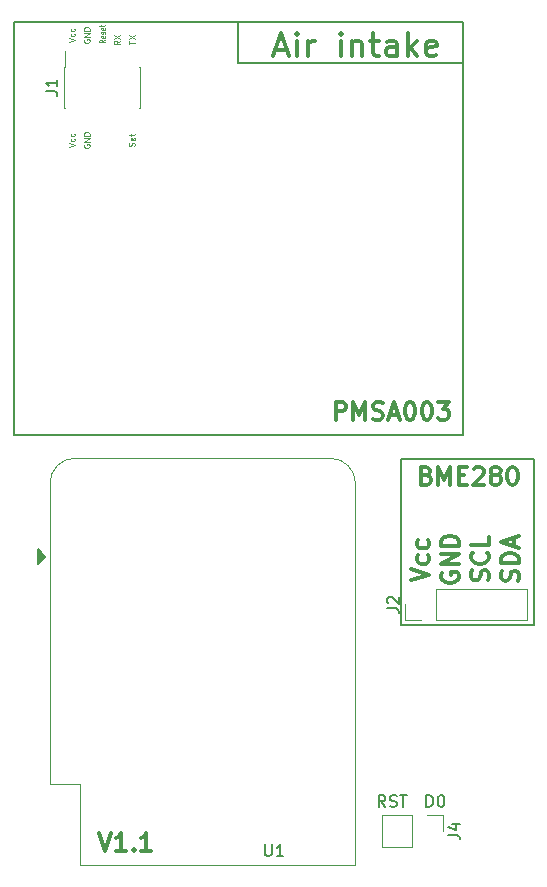
<source format=gbr>
%TF.GenerationSoftware,KiCad,Pcbnew,6.0.8-1.fc36*%
%TF.CreationDate,2022-11-03T20:53:56+01:00*%
%TF.ProjectId,breakout board,62726561-6b6f-4757-9420-626f6172642e,rev?*%
%TF.SameCoordinates,Original*%
%TF.FileFunction,Legend,Top*%
%TF.FilePolarity,Positive*%
%FSLAX46Y46*%
G04 Gerber Fmt 4.6, Leading zero omitted, Abs format (unit mm)*
G04 Created by KiCad (PCBNEW 6.0.8-1.fc36) date 2022-11-03 20:53:56*
%MOMM*%
%LPD*%
G01*
G04 APERTURE LIST*
%ADD10C,0.150000*%
%ADD11C,0.100000*%
%ADD12C,0.300000*%
%ADD13C,0.120000*%
G04 APERTURE END LIST*
D10*
X133000000Y-42000000D02*
X114000000Y-42000000D01*
X114000000Y-42000000D02*
X114000000Y-45500000D01*
X114000000Y-45500000D02*
X133000000Y-45500000D01*
X133000000Y-45500000D02*
X133000000Y-42000000D01*
X127800000Y-93050000D02*
X139000000Y-93050000D01*
X139000000Y-93050000D02*
X139000000Y-79000000D01*
X139000000Y-79000000D02*
X127800000Y-79000000D01*
X127800000Y-79000000D02*
X127800000Y-93050000D01*
X95000000Y-77000000D02*
X133000000Y-77000000D01*
X133000000Y-77000000D02*
X133000000Y-42000000D01*
X133000000Y-42000000D02*
X95000000Y-42000000D01*
X95000000Y-42000000D02*
X95000000Y-77000000D01*
D11*
X105202380Y-52500000D02*
X105226190Y-52428571D01*
X105226190Y-52309523D01*
X105202380Y-52261904D01*
X105178571Y-52238095D01*
X105130952Y-52214285D01*
X105083333Y-52214285D01*
X105035714Y-52238095D01*
X105011904Y-52261904D01*
X104988095Y-52309523D01*
X104964285Y-52404761D01*
X104940476Y-52452380D01*
X104916666Y-52476190D01*
X104869047Y-52500000D01*
X104821428Y-52500000D01*
X104773809Y-52476190D01*
X104750000Y-52452380D01*
X104726190Y-52404761D01*
X104726190Y-52285714D01*
X104750000Y-52214285D01*
X105202380Y-51809523D02*
X105226190Y-51857142D01*
X105226190Y-51952380D01*
X105202380Y-52000000D01*
X105154761Y-52023809D01*
X104964285Y-52023809D01*
X104916666Y-52000000D01*
X104892857Y-51952380D01*
X104892857Y-51857142D01*
X104916666Y-51809523D01*
X104964285Y-51785714D01*
X105011904Y-51785714D01*
X105059523Y-52023809D01*
X104892857Y-51642857D02*
X104892857Y-51452380D01*
X104726190Y-51571428D02*
X105154761Y-51571428D01*
X105202380Y-51547619D01*
X105226190Y-51500000D01*
X105226190Y-51452380D01*
X104726190Y-43880952D02*
X104726190Y-43595238D01*
X105226190Y-43738095D02*
X104726190Y-43738095D01*
X104726190Y-43476190D02*
X105226190Y-43142857D01*
X104726190Y-43142857D02*
X105226190Y-43476190D01*
X102726190Y-43495238D02*
X102488095Y-43628571D01*
X102726190Y-43723809D02*
X102226190Y-43723809D01*
X102226190Y-43571428D01*
X102250000Y-43533333D01*
X102273809Y-43514285D01*
X102321428Y-43495238D01*
X102392857Y-43495238D01*
X102440476Y-43514285D01*
X102464285Y-43533333D01*
X102488095Y-43571428D01*
X102488095Y-43723809D01*
X102702380Y-43171428D02*
X102726190Y-43209523D01*
X102726190Y-43285714D01*
X102702380Y-43323809D01*
X102654761Y-43342857D01*
X102464285Y-43342857D01*
X102416666Y-43323809D01*
X102392857Y-43285714D01*
X102392857Y-43209523D01*
X102416666Y-43171428D01*
X102464285Y-43152380D01*
X102511904Y-43152380D01*
X102559523Y-43342857D01*
X102702380Y-43000000D02*
X102726190Y-42961904D01*
X102726190Y-42885714D01*
X102702380Y-42847619D01*
X102654761Y-42828571D01*
X102630952Y-42828571D01*
X102583333Y-42847619D01*
X102559523Y-42885714D01*
X102559523Y-42942857D01*
X102535714Y-42980952D01*
X102488095Y-43000000D01*
X102464285Y-43000000D01*
X102416666Y-42980952D01*
X102392857Y-42942857D01*
X102392857Y-42885714D01*
X102416666Y-42847619D01*
X102702380Y-42504761D02*
X102726190Y-42542857D01*
X102726190Y-42619047D01*
X102702380Y-42657142D01*
X102654761Y-42676190D01*
X102464285Y-42676190D01*
X102416666Y-42657142D01*
X102392857Y-42619047D01*
X102392857Y-42542857D01*
X102416666Y-42504761D01*
X102464285Y-42485714D01*
X102511904Y-42485714D01*
X102559523Y-42676190D01*
X102392857Y-42371428D02*
X102392857Y-42219047D01*
X102226190Y-42314285D02*
X102654761Y-42314285D01*
X102702380Y-42295238D01*
X102726190Y-42257142D01*
X102726190Y-42219047D01*
X103956190Y-43583333D02*
X103718095Y-43750000D01*
X103956190Y-43869047D02*
X103456190Y-43869047D01*
X103456190Y-43678571D01*
X103480000Y-43630952D01*
X103503809Y-43607142D01*
X103551428Y-43583333D01*
X103622857Y-43583333D01*
X103670476Y-43607142D01*
X103694285Y-43630952D01*
X103718095Y-43678571D01*
X103718095Y-43869047D01*
X103456190Y-43416666D02*
X103956190Y-43083333D01*
X103456190Y-43083333D02*
X103956190Y-43416666D01*
D12*
X137687142Y-89321428D02*
X137758571Y-89107142D01*
X137758571Y-88750000D01*
X137687142Y-88607142D01*
X137615714Y-88535714D01*
X137472857Y-88464285D01*
X137330000Y-88464285D01*
X137187142Y-88535714D01*
X137115714Y-88607142D01*
X137044285Y-88750000D01*
X136972857Y-89035714D01*
X136901428Y-89178571D01*
X136830000Y-89250000D01*
X136687142Y-89321428D01*
X136544285Y-89321428D01*
X136401428Y-89250000D01*
X136330000Y-89178571D01*
X136258571Y-89035714D01*
X136258571Y-88678571D01*
X136330000Y-88464285D01*
X137758571Y-87821428D02*
X136258571Y-87821428D01*
X136258571Y-87464285D01*
X136330000Y-87250000D01*
X136472857Y-87107142D01*
X136615714Y-87035714D01*
X136901428Y-86964285D01*
X137115714Y-86964285D01*
X137401428Y-87035714D01*
X137544285Y-87107142D01*
X137687142Y-87250000D01*
X137758571Y-87464285D01*
X137758571Y-87821428D01*
X137330000Y-86392857D02*
X137330000Y-85678571D01*
X137758571Y-86535714D02*
X136258571Y-86035714D01*
X137758571Y-85535714D01*
X102214285Y-110678571D02*
X102714285Y-112178571D01*
X103214285Y-110678571D01*
X104500000Y-112178571D02*
X103642857Y-112178571D01*
X104071428Y-112178571D02*
X104071428Y-110678571D01*
X103928571Y-110892857D01*
X103785714Y-111035714D01*
X103642857Y-111107142D01*
X105142857Y-112035714D02*
X105214285Y-112107142D01*
X105142857Y-112178571D01*
X105071428Y-112107142D01*
X105142857Y-112035714D01*
X105142857Y-112178571D01*
X106642857Y-112178571D02*
X105785714Y-112178571D01*
X106214285Y-112178571D02*
X106214285Y-110678571D01*
X106071428Y-110892857D01*
X105928571Y-111035714D01*
X105785714Y-111107142D01*
X135147142Y-89285714D02*
X135218571Y-89071428D01*
X135218571Y-88714285D01*
X135147142Y-88571428D01*
X135075714Y-88500000D01*
X134932857Y-88428571D01*
X134790000Y-88428571D01*
X134647142Y-88500000D01*
X134575714Y-88571428D01*
X134504285Y-88714285D01*
X134432857Y-89000000D01*
X134361428Y-89142857D01*
X134290000Y-89214285D01*
X134147142Y-89285714D01*
X134004285Y-89285714D01*
X133861428Y-89214285D01*
X133790000Y-89142857D01*
X133718571Y-89000000D01*
X133718571Y-88642857D01*
X133790000Y-88428571D01*
X135075714Y-86928571D02*
X135147142Y-87000000D01*
X135218571Y-87214285D01*
X135218571Y-87357142D01*
X135147142Y-87571428D01*
X135004285Y-87714285D01*
X134861428Y-87785714D01*
X134575714Y-87857142D01*
X134361428Y-87857142D01*
X134075714Y-87785714D01*
X133932857Y-87714285D01*
X133790000Y-87571428D01*
X133718571Y-87357142D01*
X133718571Y-87214285D01*
X133790000Y-87000000D01*
X133861428Y-86928571D01*
X135218571Y-85571428D02*
X135218571Y-86285714D01*
X133718571Y-86285714D01*
D10*
X126452380Y-108452380D02*
X126119047Y-107976190D01*
X125880952Y-108452380D02*
X125880952Y-107452380D01*
X126261904Y-107452380D01*
X126357142Y-107500000D01*
X126404761Y-107547619D01*
X126452380Y-107642857D01*
X126452380Y-107785714D01*
X126404761Y-107880952D01*
X126357142Y-107928571D01*
X126261904Y-107976190D01*
X125880952Y-107976190D01*
X126833333Y-108404761D02*
X126976190Y-108452380D01*
X127214285Y-108452380D01*
X127309523Y-108404761D01*
X127357142Y-108357142D01*
X127404761Y-108261904D01*
X127404761Y-108166666D01*
X127357142Y-108071428D01*
X127309523Y-108023809D01*
X127214285Y-107976190D01*
X127023809Y-107928571D01*
X126928571Y-107880952D01*
X126880952Y-107833333D01*
X126833333Y-107738095D01*
X126833333Y-107642857D01*
X126880952Y-107547619D01*
X126928571Y-107500000D01*
X127023809Y-107452380D01*
X127261904Y-107452380D01*
X127404761Y-107500000D01*
X127690476Y-107452380D02*
X128261904Y-107452380D01*
X127976190Y-108452380D02*
X127976190Y-107452380D01*
D12*
X122250000Y-75678571D02*
X122250000Y-74178571D01*
X122821428Y-74178571D01*
X122964285Y-74250000D01*
X123035714Y-74321428D01*
X123107142Y-74464285D01*
X123107142Y-74678571D01*
X123035714Y-74821428D01*
X122964285Y-74892857D01*
X122821428Y-74964285D01*
X122250000Y-74964285D01*
X123750000Y-75678571D02*
X123750000Y-74178571D01*
X124250000Y-75250000D01*
X124750000Y-74178571D01*
X124750000Y-75678571D01*
X125392857Y-75607142D02*
X125607142Y-75678571D01*
X125964285Y-75678571D01*
X126107142Y-75607142D01*
X126178571Y-75535714D01*
X126250000Y-75392857D01*
X126250000Y-75250000D01*
X126178571Y-75107142D01*
X126107142Y-75035714D01*
X125964285Y-74964285D01*
X125678571Y-74892857D01*
X125535714Y-74821428D01*
X125464285Y-74750000D01*
X125392857Y-74607142D01*
X125392857Y-74464285D01*
X125464285Y-74321428D01*
X125535714Y-74250000D01*
X125678571Y-74178571D01*
X126035714Y-74178571D01*
X126250000Y-74250000D01*
X126821428Y-75250000D02*
X127535714Y-75250000D01*
X126678571Y-75678571D02*
X127178571Y-74178571D01*
X127678571Y-75678571D01*
X128464285Y-74178571D02*
X128607142Y-74178571D01*
X128750000Y-74250000D01*
X128821428Y-74321428D01*
X128892857Y-74464285D01*
X128964285Y-74750000D01*
X128964285Y-75107142D01*
X128892857Y-75392857D01*
X128821428Y-75535714D01*
X128750000Y-75607142D01*
X128607142Y-75678571D01*
X128464285Y-75678571D01*
X128321428Y-75607142D01*
X128250000Y-75535714D01*
X128178571Y-75392857D01*
X128107142Y-75107142D01*
X128107142Y-74750000D01*
X128178571Y-74464285D01*
X128250000Y-74321428D01*
X128321428Y-74250000D01*
X128464285Y-74178571D01*
X129892857Y-74178571D02*
X130035714Y-74178571D01*
X130178571Y-74250000D01*
X130250000Y-74321428D01*
X130321428Y-74464285D01*
X130392857Y-74750000D01*
X130392857Y-75107142D01*
X130321428Y-75392857D01*
X130250000Y-75535714D01*
X130178571Y-75607142D01*
X130035714Y-75678571D01*
X129892857Y-75678571D01*
X129750000Y-75607142D01*
X129678571Y-75535714D01*
X129607142Y-75392857D01*
X129535714Y-75107142D01*
X129535714Y-74750000D01*
X129607142Y-74464285D01*
X129678571Y-74321428D01*
X129750000Y-74250000D01*
X129892857Y-74178571D01*
X130892857Y-74178571D02*
X131821428Y-74178571D01*
X131321428Y-74750000D01*
X131535714Y-74750000D01*
X131678571Y-74821428D01*
X131750000Y-74892857D01*
X131821428Y-75035714D01*
X131821428Y-75392857D01*
X131750000Y-75535714D01*
X131678571Y-75607142D01*
X131535714Y-75678571D01*
X131107142Y-75678571D01*
X130964285Y-75607142D01*
X130892857Y-75535714D01*
X128638571Y-89285714D02*
X130138571Y-88785714D01*
X128638571Y-88285714D01*
X130067142Y-87142857D02*
X130138571Y-87285714D01*
X130138571Y-87571428D01*
X130067142Y-87714285D01*
X129995714Y-87785714D01*
X129852857Y-87857142D01*
X129424285Y-87857142D01*
X129281428Y-87785714D01*
X129210000Y-87714285D01*
X129138571Y-87571428D01*
X129138571Y-87285714D01*
X129210000Y-87142857D01*
X130067142Y-85857142D02*
X130138571Y-86000000D01*
X130138571Y-86285714D01*
X130067142Y-86428571D01*
X129995714Y-86500000D01*
X129852857Y-86571428D01*
X129424285Y-86571428D01*
X129281428Y-86500000D01*
X129210000Y-86428571D01*
X129138571Y-86285714D01*
X129138571Y-86000000D01*
X129210000Y-85857142D01*
D11*
X100940000Y-43485952D02*
X100916190Y-43533571D01*
X100916190Y-43605000D01*
X100940000Y-43676428D01*
X100987619Y-43724047D01*
X101035238Y-43747857D01*
X101130476Y-43771666D01*
X101201904Y-43771666D01*
X101297142Y-43747857D01*
X101344761Y-43724047D01*
X101392380Y-43676428D01*
X101416190Y-43605000D01*
X101416190Y-43557380D01*
X101392380Y-43485952D01*
X101368571Y-43462142D01*
X101201904Y-43462142D01*
X101201904Y-43557380D01*
X101416190Y-43247857D02*
X100916190Y-43247857D01*
X101416190Y-42962142D01*
X100916190Y-42962142D01*
X101416190Y-42724047D02*
X100916190Y-42724047D01*
X100916190Y-42605000D01*
X100940000Y-42533571D01*
X100987619Y-42485952D01*
X101035238Y-42462142D01*
X101130476Y-42438333D01*
X101201904Y-42438333D01*
X101297142Y-42462142D01*
X101344761Y-42485952D01*
X101392380Y-42533571D01*
X101416190Y-42605000D01*
X101416190Y-42724047D01*
X99646190Y-52590238D02*
X100146190Y-52423571D01*
X99646190Y-52256904D01*
X100122380Y-51875952D02*
X100146190Y-51923571D01*
X100146190Y-52018809D01*
X100122380Y-52066428D01*
X100098571Y-52090238D01*
X100050952Y-52114047D01*
X99908095Y-52114047D01*
X99860476Y-52090238D01*
X99836666Y-52066428D01*
X99812857Y-52018809D01*
X99812857Y-51923571D01*
X99836666Y-51875952D01*
X100122380Y-51447380D02*
X100146190Y-51495000D01*
X100146190Y-51590238D01*
X100122380Y-51637857D01*
X100098571Y-51661666D01*
X100050952Y-51685476D01*
X99908095Y-51685476D01*
X99860476Y-51661666D01*
X99836666Y-51637857D01*
X99812857Y-51590238D01*
X99812857Y-51495000D01*
X99836666Y-51447380D01*
D12*
X117142857Y-44333333D02*
X118095238Y-44333333D01*
X116952380Y-44904761D02*
X117619047Y-42904761D01*
X118285714Y-44904761D01*
X118952380Y-44904761D02*
X118952380Y-43571428D01*
X118952380Y-42904761D02*
X118857142Y-43000000D01*
X118952380Y-43095238D01*
X119047619Y-43000000D01*
X118952380Y-42904761D01*
X118952380Y-43095238D01*
X119904761Y-44904761D02*
X119904761Y-43571428D01*
X119904761Y-43952380D02*
X120000000Y-43761904D01*
X120095238Y-43666666D01*
X120285714Y-43571428D01*
X120476190Y-43571428D01*
X122666666Y-44904761D02*
X122666666Y-43571428D01*
X122666666Y-42904761D02*
X122571428Y-43000000D01*
X122666666Y-43095238D01*
X122761904Y-43000000D01*
X122666666Y-42904761D01*
X122666666Y-43095238D01*
X123619047Y-43571428D02*
X123619047Y-44904761D01*
X123619047Y-43761904D02*
X123714285Y-43666666D01*
X123904761Y-43571428D01*
X124190476Y-43571428D01*
X124380952Y-43666666D01*
X124476190Y-43857142D01*
X124476190Y-44904761D01*
X125142857Y-43571428D02*
X125904761Y-43571428D01*
X125428571Y-42904761D02*
X125428571Y-44619047D01*
X125523809Y-44809523D01*
X125714285Y-44904761D01*
X125904761Y-44904761D01*
X127428571Y-44904761D02*
X127428571Y-43857142D01*
X127333333Y-43666666D01*
X127142857Y-43571428D01*
X126761904Y-43571428D01*
X126571428Y-43666666D01*
X127428571Y-44809523D02*
X127238095Y-44904761D01*
X126761904Y-44904761D01*
X126571428Y-44809523D01*
X126476190Y-44619047D01*
X126476190Y-44428571D01*
X126571428Y-44238095D01*
X126761904Y-44142857D01*
X127238095Y-44142857D01*
X127428571Y-44047619D01*
X128380952Y-44904761D02*
X128380952Y-42904761D01*
X128571428Y-44142857D02*
X129142857Y-44904761D01*
X129142857Y-43571428D02*
X128380952Y-44333333D01*
X130761904Y-44809523D02*
X130571428Y-44904761D01*
X130190476Y-44904761D01*
X130000000Y-44809523D01*
X129904761Y-44619047D01*
X129904761Y-43857142D01*
X130000000Y-43666666D01*
X130190476Y-43571428D01*
X130571428Y-43571428D01*
X130761904Y-43666666D01*
X130857142Y-43857142D01*
X130857142Y-44047619D01*
X129904761Y-44238095D01*
D11*
X99646190Y-43700238D02*
X100146190Y-43533571D01*
X99646190Y-43366904D01*
X100122380Y-42985952D02*
X100146190Y-43033571D01*
X100146190Y-43128809D01*
X100122380Y-43176428D01*
X100098571Y-43200238D01*
X100050952Y-43224047D01*
X99908095Y-43224047D01*
X99860476Y-43200238D01*
X99836666Y-43176428D01*
X99812857Y-43128809D01*
X99812857Y-43033571D01*
X99836666Y-42985952D01*
X100122380Y-42557380D02*
X100146190Y-42605000D01*
X100146190Y-42700238D01*
X100122380Y-42747857D01*
X100098571Y-42771666D01*
X100050952Y-42795476D01*
X99908095Y-42795476D01*
X99860476Y-42771666D01*
X99836666Y-42747857D01*
X99812857Y-42700238D01*
X99812857Y-42605000D01*
X99836666Y-42557380D01*
D12*
X131250000Y-88642857D02*
X131178571Y-88785714D01*
X131178571Y-89000000D01*
X131250000Y-89214285D01*
X131392857Y-89357142D01*
X131535714Y-89428571D01*
X131821428Y-89500000D01*
X132035714Y-89500000D01*
X132321428Y-89428571D01*
X132464285Y-89357142D01*
X132607142Y-89214285D01*
X132678571Y-89000000D01*
X132678571Y-88857142D01*
X132607142Y-88642857D01*
X132535714Y-88571428D01*
X132035714Y-88571428D01*
X132035714Y-88857142D01*
X132678571Y-87928571D02*
X131178571Y-87928571D01*
X132678571Y-87071428D01*
X131178571Y-87071428D01*
X132678571Y-86357142D02*
X131178571Y-86357142D01*
X131178571Y-86000000D01*
X131250000Y-85785714D01*
X131392857Y-85642857D01*
X131535714Y-85571428D01*
X131821428Y-85500000D01*
X132035714Y-85500000D01*
X132321428Y-85571428D01*
X132464285Y-85642857D01*
X132607142Y-85785714D01*
X132678571Y-86000000D01*
X132678571Y-86357142D01*
X129928571Y-80392857D02*
X130142857Y-80464285D01*
X130214285Y-80535714D01*
X130285714Y-80678571D01*
X130285714Y-80892857D01*
X130214285Y-81035714D01*
X130142857Y-81107142D01*
X130000000Y-81178571D01*
X129428571Y-81178571D01*
X129428571Y-79678571D01*
X129928571Y-79678571D01*
X130071428Y-79750000D01*
X130142857Y-79821428D01*
X130214285Y-79964285D01*
X130214285Y-80107142D01*
X130142857Y-80250000D01*
X130071428Y-80321428D01*
X129928571Y-80392857D01*
X129428571Y-80392857D01*
X130928571Y-81178571D02*
X130928571Y-79678571D01*
X131428571Y-80750000D01*
X131928571Y-79678571D01*
X131928571Y-81178571D01*
X132642857Y-80392857D02*
X133142857Y-80392857D01*
X133357142Y-81178571D02*
X132642857Y-81178571D01*
X132642857Y-79678571D01*
X133357142Y-79678571D01*
X133928571Y-79821428D02*
X134000000Y-79750000D01*
X134142857Y-79678571D01*
X134500000Y-79678571D01*
X134642857Y-79750000D01*
X134714285Y-79821428D01*
X134785714Y-79964285D01*
X134785714Y-80107142D01*
X134714285Y-80321428D01*
X133857142Y-81178571D01*
X134785714Y-81178571D01*
X135642857Y-80321428D02*
X135500000Y-80250000D01*
X135428571Y-80178571D01*
X135357142Y-80035714D01*
X135357142Y-79964285D01*
X135428571Y-79821428D01*
X135500000Y-79750000D01*
X135642857Y-79678571D01*
X135928571Y-79678571D01*
X136071428Y-79750000D01*
X136142857Y-79821428D01*
X136214285Y-79964285D01*
X136214285Y-80035714D01*
X136142857Y-80178571D01*
X136071428Y-80250000D01*
X135928571Y-80321428D01*
X135642857Y-80321428D01*
X135500000Y-80392857D01*
X135428571Y-80464285D01*
X135357142Y-80607142D01*
X135357142Y-80892857D01*
X135428571Y-81035714D01*
X135500000Y-81107142D01*
X135642857Y-81178571D01*
X135928571Y-81178571D01*
X136071428Y-81107142D01*
X136142857Y-81035714D01*
X136214285Y-80892857D01*
X136214285Y-80607142D01*
X136142857Y-80464285D01*
X136071428Y-80392857D01*
X135928571Y-80321428D01*
X137142857Y-79678571D02*
X137285714Y-79678571D01*
X137428571Y-79750000D01*
X137500000Y-79821428D01*
X137571428Y-79964285D01*
X137642857Y-80250000D01*
X137642857Y-80607142D01*
X137571428Y-80892857D01*
X137500000Y-81035714D01*
X137428571Y-81107142D01*
X137285714Y-81178571D01*
X137142857Y-81178571D01*
X137000000Y-81107142D01*
X136928571Y-81035714D01*
X136857142Y-80892857D01*
X136785714Y-80607142D01*
X136785714Y-80250000D01*
X136857142Y-79964285D01*
X136928571Y-79821428D01*
X137000000Y-79750000D01*
X137142857Y-79678571D01*
D11*
X100940000Y-52375952D02*
X100916190Y-52423571D01*
X100916190Y-52495000D01*
X100940000Y-52566428D01*
X100987619Y-52614047D01*
X101035238Y-52637857D01*
X101130476Y-52661666D01*
X101201904Y-52661666D01*
X101297142Y-52637857D01*
X101344761Y-52614047D01*
X101392380Y-52566428D01*
X101416190Y-52495000D01*
X101416190Y-52447380D01*
X101392380Y-52375952D01*
X101368571Y-52352142D01*
X101201904Y-52352142D01*
X101201904Y-52447380D01*
X101416190Y-52137857D02*
X100916190Y-52137857D01*
X101416190Y-51852142D01*
X100916190Y-51852142D01*
X101416190Y-51614047D02*
X100916190Y-51614047D01*
X100916190Y-51495000D01*
X100940000Y-51423571D01*
X100987619Y-51375952D01*
X101035238Y-51352142D01*
X101130476Y-51328333D01*
X101201904Y-51328333D01*
X101297142Y-51352142D01*
X101344761Y-51375952D01*
X101392380Y-51423571D01*
X101416190Y-51495000D01*
X101416190Y-51614047D01*
D10*
X129926904Y-108452380D02*
X129926904Y-107452380D01*
X130165000Y-107452380D01*
X130307857Y-107500000D01*
X130403095Y-107595238D01*
X130450714Y-107690476D01*
X130498333Y-107880952D01*
X130498333Y-108023809D01*
X130450714Y-108214285D01*
X130403095Y-108309523D01*
X130307857Y-108404761D01*
X130165000Y-108452380D01*
X129926904Y-108452380D01*
X131117380Y-107452380D02*
X131212619Y-107452380D01*
X131307857Y-107500000D01*
X131355476Y-107547619D01*
X131403095Y-107642857D01*
X131450714Y-107833333D01*
X131450714Y-108071428D01*
X131403095Y-108261904D01*
X131355476Y-108357142D01*
X131307857Y-108404761D01*
X131212619Y-108452380D01*
X131117380Y-108452380D01*
X131022142Y-108404761D01*
X130974523Y-108357142D01*
X130926904Y-108261904D01*
X130879285Y-108071428D01*
X130879285Y-107833333D01*
X130926904Y-107642857D01*
X130974523Y-107547619D01*
X131022142Y-107500000D01*
X131117380Y-107452380D01*
%TO.C,U1*%
X116238095Y-111612380D02*
X116238095Y-112421904D01*
X116285714Y-112517142D01*
X116333333Y-112564761D01*
X116428571Y-112612380D01*
X116619047Y-112612380D01*
X116714285Y-112564761D01*
X116761904Y-112517142D01*
X116809523Y-112421904D01*
X116809523Y-111612380D01*
X117809523Y-112612380D02*
X117238095Y-112612380D01*
X117523809Y-112612380D02*
X117523809Y-111612380D01*
X117428571Y-111755238D01*
X117333333Y-111850476D01*
X117238095Y-111898095D01*
%TO.C,J2*%
X126592380Y-91643333D02*
X127306666Y-91643333D01*
X127449523Y-91690952D01*
X127544761Y-91786190D01*
X127592380Y-91929047D01*
X127592380Y-92024285D01*
X126687619Y-91214761D02*
X126640000Y-91167142D01*
X126592380Y-91071904D01*
X126592380Y-90833809D01*
X126640000Y-90738571D01*
X126687619Y-90690952D01*
X126782857Y-90643333D01*
X126878095Y-90643333D01*
X127020952Y-90690952D01*
X127592380Y-91262380D01*
X127592380Y-90643333D01*
%TO.C,J1*%
X97677380Y-47883333D02*
X98391666Y-47883333D01*
X98534523Y-47930952D01*
X98629761Y-48026190D01*
X98677380Y-48169047D01*
X98677380Y-48264285D01*
X98677380Y-46883333D02*
X98677380Y-47454761D01*
X98677380Y-47169047D02*
X97677380Y-47169047D01*
X97820238Y-47264285D01*
X97915476Y-47359523D01*
X97963095Y-47454761D01*
%TO.C,J4*%
X131782380Y-110833333D02*
X132496666Y-110833333D01*
X132639523Y-110880952D01*
X132734761Y-110976190D01*
X132782380Y-111119047D01*
X132782380Y-111214285D01*
X132115714Y-109928571D02*
X132782380Y-109928571D01*
X131734761Y-110166666D02*
X132449047Y-110404761D01*
X132449047Y-109785714D01*
D13*
%TO.C,U1*%
X100595000Y-106490000D02*
X100595000Y-113390000D01*
X100595000Y-113390000D02*
X123915000Y-113390000D01*
X121795000Y-78930000D02*
X100185000Y-78930000D01*
X98055000Y-106490000D02*
X98055000Y-81060000D01*
X123915000Y-113390000D02*
X123915000Y-81060000D01*
X98055000Y-106490000D02*
X100595000Y-106490000D01*
X100185000Y-78930000D02*
G75*
G03*
X98055000Y-81060000I2J-2130002D01*
G01*
X123915000Y-81060000D02*
G75*
G03*
X121785000Y-78930000I-2130000J0D01*
G01*
G36*
X97650000Y-87270000D02*
G01*
X97015000Y-87905000D01*
X97015000Y-86635000D01*
X97650000Y-87270000D01*
G37*
D10*
X97650000Y-87270000D02*
X97015000Y-87905000D01*
X97015000Y-86635000D01*
X97650000Y-87270000D01*
D13*
%TO.C,J2*%
X130740000Y-92640000D02*
X138420000Y-92640000D01*
X130740000Y-89980000D02*
X138420000Y-89980000D01*
X129470000Y-92640000D02*
X128140000Y-92640000D01*
X130740000Y-92640000D02*
X130740000Y-89980000D01*
X138420000Y-92640000D02*
X138420000Y-89980000D01*
X128140000Y-92640000D02*
X128140000Y-91310000D01*
%TO.C,J1*%
X105695000Y-45785000D02*
X105695000Y-49315000D01*
X99290000Y-44460000D02*
X99290000Y-45785000D01*
X99225000Y-45785000D02*
X99225000Y-49315000D01*
X99225000Y-45785000D02*
X99290000Y-45785000D01*
X99225000Y-49315000D02*
X99290000Y-49315000D01*
X105630000Y-45785000D02*
X105695000Y-45785000D01*
X105630000Y-49315000D02*
X105695000Y-49315000D01*
%TO.C,J4*%
X128730000Y-111830000D02*
X126130000Y-111830000D01*
X126130000Y-109170000D02*
X126130000Y-111830000D01*
X128730000Y-109170000D02*
X128730000Y-111830000D01*
X128730000Y-109170000D02*
X126130000Y-109170000D01*
X130000000Y-109170000D02*
X131330000Y-109170000D01*
X131330000Y-109170000D02*
X131330000Y-110500000D01*
%TD*%
M02*

</source>
